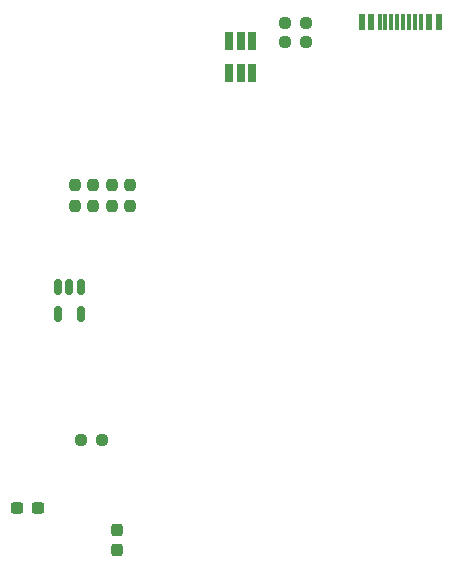
<source format=gbr>
%TF.GenerationSoftware,KiCad,Pcbnew,6.0.5*%
%TF.CreationDate,2022-09-23T09:05:14+03:00*%
%TF.ProjectId,Canon_manage,43616e6f-6e5f-46d6-916e-6167652e6b69,rev?*%
%TF.SameCoordinates,Original*%
%TF.FileFunction,Paste,Top*%
%TF.FilePolarity,Positive*%
%FSLAX46Y46*%
G04 Gerber Fmt 4.6, Leading zero omitted, Abs format (unit mm)*
G04 Created by KiCad (PCBNEW 6.0.5) date 2022-09-23 09:05:14*
%MOMM*%
%LPD*%
G01*
G04 APERTURE LIST*
G04 Aperture macros list*
%AMRoundRect*
0 Rectangle with rounded corners*
0 $1 Rounding radius*
0 $2 $3 $4 $5 $6 $7 $8 $9 X,Y pos of 4 corners*
0 Add a 4 corners polygon primitive as box body*
4,1,4,$2,$3,$4,$5,$6,$7,$8,$9,$2,$3,0*
0 Add four circle primitives for the rounded corners*
1,1,$1+$1,$2,$3*
1,1,$1+$1,$4,$5*
1,1,$1+$1,$6,$7*
1,1,$1+$1,$8,$9*
0 Add four rect primitives between the rounded corners*
20,1,$1+$1,$2,$3,$4,$5,0*
20,1,$1+$1,$4,$5,$6,$7,0*
20,1,$1+$1,$6,$7,$8,$9,0*
20,1,$1+$1,$8,$9,$2,$3,0*%
G04 Aperture macros list end*
%ADD10RoundRect,0.237500X-0.237500X0.300000X-0.237500X-0.300000X0.237500X-0.300000X0.237500X0.300000X0*%
%ADD11RoundRect,0.237500X0.250000X0.237500X-0.250000X0.237500X-0.250000X-0.237500X0.250000X-0.237500X0*%
%ADD12RoundRect,0.150000X-0.150000X0.512500X-0.150000X-0.512500X0.150000X-0.512500X0.150000X0.512500X0*%
%ADD13RoundRect,0.237500X0.237500X-0.250000X0.237500X0.250000X-0.237500X0.250000X-0.237500X-0.250000X0*%
%ADD14R,0.600000X1.450000*%
%ADD15R,0.300000X1.450000*%
%ADD16RoundRect,0.237500X0.300000X0.237500X-0.300000X0.237500X-0.300000X-0.237500X0.300000X-0.237500X0*%
%ADD17R,0.650000X1.560000*%
G04 APERTURE END LIST*
D10*
%TO.C,C1*%
X81661000Y-98478000D03*
X81661000Y-100203000D03*
%TD*%
D11*
%TO.C,R7*%
X97663000Y-57150000D03*
X95838000Y-57150000D03*
%TD*%
D12*
%TO.C,D1*%
X78547000Y-77901800D03*
X77597000Y-77901800D03*
X76647000Y-77901800D03*
X76647000Y-80176800D03*
X78547000Y-80176800D03*
%TD*%
D13*
%TO.C,R3*%
X79612066Y-71094600D03*
X79612066Y-69269600D03*
%TD*%
D14*
%TO.C,J37*%
X108860000Y-55515000D03*
X108060000Y-55515000D03*
D15*
X106860000Y-55515000D03*
X105860000Y-55515000D03*
X105360000Y-55515000D03*
X104360000Y-55515000D03*
D14*
X103160000Y-55515000D03*
X102360000Y-55515000D03*
X102360000Y-55515000D03*
X103160000Y-55515000D03*
D15*
X103860000Y-55515000D03*
X104860000Y-55515000D03*
X106360000Y-55515000D03*
X107360000Y-55515000D03*
D14*
X108060000Y-55515000D03*
X108860000Y-55515000D03*
%TD*%
D16*
%TO.C,C2*%
X74902400Y-96610000D03*
X73177400Y-96610000D03*
%TD*%
D17*
%TO.C,U3*%
X93050400Y-57142400D03*
X92100400Y-57142400D03*
X91150400Y-57142400D03*
X91150400Y-59842400D03*
X92100400Y-59842400D03*
X93050400Y-59842400D03*
%TD*%
D11*
%TO.C,R8*%
X97661100Y-55549800D03*
X95836100Y-55549800D03*
%TD*%
D13*
%TO.C,R4*%
X81169932Y-71094600D03*
X81169932Y-69269600D03*
%TD*%
%TO.C,R2*%
X78054200Y-71094600D03*
X78054200Y-69269600D03*
%TD*%
%TO.C,R5*%
X82727800Y-71094600D03*
X82727800Y-69269600D03*
%TD*%
D11*
%TO.C,R1*%
X80387200Y-90906600D03*
X78562200Y-90906600D03*
%TD*%
M02*

</source>
